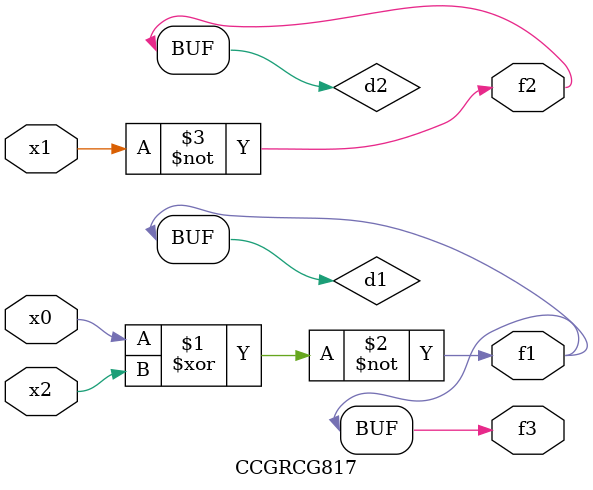
<source format=v>
module CCGRCG817(
	input x0, x1, x2,
	output f1, f2, f3
);

	wire d1, d2, d3;

	xnor (d1, x0, x2);
	nand (d2, x1);
	nor (d3, x1, x2);
	assign f1 = d1;
	assign f2 = d2;
	assign f3 = d1;
endmodule

</source>
